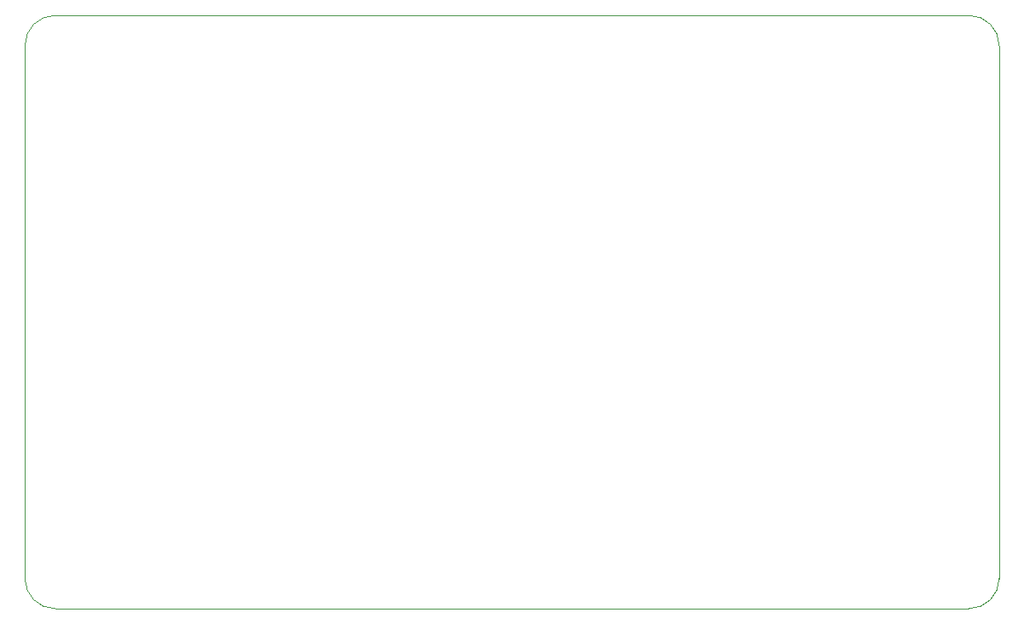
<source format=gm1>
G04 #@! TF.GenerationSoftware,KiCad,Pcbnew,(6.0.7-1)-1*
G04 #@! TF.CreationDate,2022-08-16T19:52:30+02:00*
G04 #@! TF.ProjectId,wrist-support,77726973-742d-4737-9570-706f72742e6b,rev?*
G04 #@! TF.SameCoordinates,Original*
G04 #@! TF.FileFunction,Profile,NP*
%FSLAX46Y46*%
G04 Gerber Fmt 4.6, Leading zero omitted, Abs format (unit mm)*
G04 Created by KiCad (PCBNEW (6.0.7-1)-1) date 2022-08-16 19:52:30*
%MOMM*%
%LPD*%
G01*
G04 APERTURE LIST*
G04 #@! TA.AperFunction,Profile*
%ADD10C,0.100000*%
G04 #@! TD*
G04 APERTURE END LIST*
D10*
X96750000Y-56000000D02*
X96750000Y-3000000D01*
X0Y-56000000D02*
G75*
G03*
X3000000Y-59000000I3000000J0D01*
G01*
X3000000Y0D02*
G75*
G03*
X0Y-3000000I0J-3000000D01*
G01*
X0Y-3000000D02*
X0Y-56000000D01*
X96750000Y-3000000D02*
G75*
G03*
X93750000Y0I-3000000J0D01*
G01*
X3000000Y0D02*
X93750000Y0D01*
X3000000Y-59000000D02*
X93750000Y-59000000D01*
X93750000Y-59000000D02*
G75*
G03*
X96750000Y-56000000I0J3000000D01*
G01*
M02*

</source>
